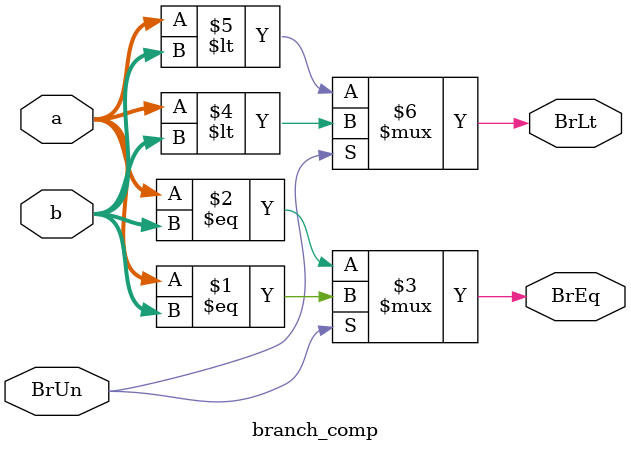
<source format=v>
module branch_comp #(
    parameter W_SIZE = 32
) (
    input [W_SIZE-1:0] a,
    input [W_SIZE-1:0] b,
    input BrUn,
    output BrEq,
    output BrLt
);

    assign BrEq = BrUn? a == b  : $signed(a) == $signed(b);
    assign BrLt = BrUn? a < b   : $signed(a) < $signed(b);

endmodule

</source>
